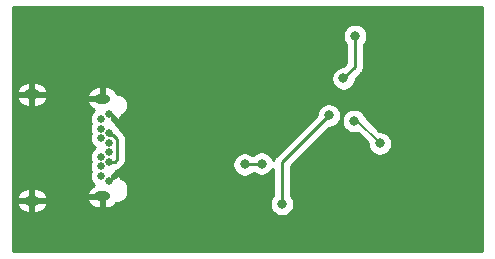
<source format=gbr>
G04 #@! TF.GenerationSoftware,KiCad,Pcbnew,(5.1.5)-3*
G04 #@! TF.CreationDate,2020-08-04T09:16:01+02:00*
G04 #@! TF.ProjectId,Programmer,50726f67-7261-46d6-9d65-722e6b696361,rev?*
G04 #@! TF.SameCoordinates,Original*
G04 #@! TF.FileFunction,Copper,L2,Bot*
G04 #@! TF.FilePolarity,Positive*
%FSLAX46Y46*%
G04 Gerber Fmt 4.6, Leading zero omitted, Abs format (unit mm)*
G04 Created by KiCad (PCBNEW (5.1.5)-3) date 2020-08-04 09:16:01*
%MOMM*%
%LPD*%
G04 APERTURE LIST*
%ADD10C,0.650000*%
%ADD11O,1.400000X0.800000*%
%ADD12C,0.800000*%
%ADD13C,0.250000*%
%ADD14C,0.127000*%
%ADD15C,0.254000*%
G04 APERTURE END LIST*
D10*
X113090000Y-77150000D03*
X113090000Y-77950000D03*
X113090000Y-78750000D03*
X113090000Y-80350000D03*
X113090000Y-81150000D03*
X113090000Y-81950000D03*
X113790000Y-76750000D03*
X113790000Y-78350000D03*
X113790000Y-79150000D03*
X113790000Y-79950000D03*
X113790000Y-80750000D03*
X113790000Y-82350000D03*
D11*
X107240000Y-75060000D03*
X107240000Y-84040000D03*
X113190000Y-83680000D03*
X113190000Y-75420000D03*
D12*
X144000000Y-68000000D03*
X112000000Y-68000000D03*
X112000000Y-86000000D03*
X145000000Y-86000000D03*
X123000000Y-73000000D03*
X125000000Y-73000000D03*
X118400000Y-77900000D03*
X116100000Y-76600000D03*
X116100000Y-82500000D03*
X126111000Y-79629000D03*
X136700000Y-79200000D03*
X134500000Y-77300000D03*
X133600000Y-73700000D03*
X134600000Y-70100000D03*
X126690908Y-80909829D03*
X125240908Y-80986336D03*
X132368416Y-76830084D03*
X128397000Y-84328000D03*
D13*
X114249619Y-80750000D02*
X113790000Y-80750000D01*
X114440001Y-80559618D02*
X114249619Y-80750000D01*
X114440001Y-78837999D02*
X114440001Y-80559618D01*
X114102001Y-78499999D02*
X114440001Y-78837999D01*
X113799999Y-78499999D02*
X114102001Y-78499999D01*
X113790000Y-78490000D02*
X113799999Y-78499999D01*
X113790000Y-78350000D02*
X113790000Y-78490000D01*
D14*
X136700000Y-79200000D02*
X134800000Y-77300000D01*
X134800000Y-77300000D02*
X134500000Y-77300000D01*
D13*
X134600000Y-72700000D02*
X134600000Y-70100000D01*
X133600000Y-73700000D02*
X134600000Y-72700000D01*
X126690908Y-80909829D02*
X125317415Y-80909829D01*
X125317415Y-80909829D02*
X125240908Y-80986336D01*
X128397000Y-80801500D02*
X128397000Y-84328000D01*
X132368416Y-76830084D02*
X128397000Y-80801500D01*
D15*
G36*
X145340001Y-86967572D02*
G01*
X145340000Y-86967582D01*
X145340001Y-88340000D01*
X105660000Y-88340000D01*
X105660000Y-84326123D01*
X105945334Y-84326123D01*
X106008872Y-84509418D01*
X106118342Y-84682052D01*
X106259388Y-84830013D01*
X106426590Y-84947614D01*
X106613522Y-85030336D01*
X106813000Y-85075000D01*
X107113000Y-85075000D01*
X107113000Y-84167000D01*
X107367000Y-84167000D01*
X107367000Y-85075000D01*
X107667000Y-85075000D01*
X107866478Y-85030336D01*
X108053410Y-84947614D01*
X108220612Y-84830013D01*
X108361658Y-84682052D01*
X108471128Y-84509418D01*
X108534666Y-84326123D01*
X108406998Y-84167000D01*
X107367000Y-84167000D01*
X107113000Y-84167000D01*
X106073002Y-84167000D01*
X105945334Y-84326123D01*
X105660000Y-84326123D01*
X105660000Y-83966123D01*
X111895334Y-83966123D01*
X111958872Y-84149418D01*
X112068342Y-84322052D01*
X112209388Y-84470013D01*
X112376590Y-84587614D01*
X112563522Y-84670336D01*
X112763000Y-84715000D01*
X113063000Y-84715000D01*
X113063000Y-83807000D01*
X112023002Y-83807000D01*
X111895334Y-83966123D01*
X105660000Y-83966123D01*
X105660000Y-83753877D01*
X105945334Y-83753877D01*
X106073002Y-83913000D01*
X107113000Y-83913000D01*
X107113000Y-83005000D01*
X107367000Y-83005000D01*
X107367000Y-83913000D01*
X108406998Y-83913000D01*
X108534666Y-83753877D01*
X108471128Y-83570582D01*
X108361658Y-83397948D01*
X108220612Y-83249987D01*
X108053410Y-83132386D01*
X107866478Y-83049664D01*
X107667000Y-83005000D01*
X107367000Y-83005000D01*
X107113000Y-83005000D01*
X106813000Y-83005000D01*
X106613522Y-83049664D01*
X106426590Y-83132386D01*
X106259388Y-83249987D01*
X106118342Y-83397948D01*
X106008872Y-83570582D01*
X105945334Y-83753877D01*
X105660000Y-83753877D01*
X105660000Y-75346123D01*
X105945334Y-75346123D01*
X106008872Y-75529418D01*
X106118342Y-75702052D01*
X106259388Y-75850013D01*
X106426590Y-75967614D01*
X106613522Y-76050336D01*
X106813000Y-76095000D01*
X107113000Y-76095000D01*
X107113000Y-75187000D01*
X107367000Y-75187000D01*
X107367000Y-76095000D01*
X107667000Y-76095000D01*
X107866478Y-76050336D01*
X108053410Y-75967614D01*
X108220612Y-75850013D01*
X108357777Y-75706123D01*
X111895334Y-75706123D01*
X111958872Y-75889418D01*
X112068342Y-76062052D01*
X112209388Y-76210013D01*
X112376590Y-76327614D01*
X112506678Y-76385181D01*
X112478036Y-76404319D01*
X112344319Y-76538036D01*
X112239259Y-76695269D01*
X112166892Y-76869978D01*
X112130000Y-77055448D01*
X112130000Y-77244552D01*
X112166892Y-77430022D01*
X112216589Y-77550000D01*
X112166892Y-77669978D01*
X112130000Y-77855448D01*
X112130000Y-78044552D01*
X112166892Y-78230022D01*
X112216589Y-78350000D01*
X112166892Y-78469978D01*
X112130000Y-78655448D01*
X112130000Y-78844552D01*
X112166892Y-79030022D01*
X112239259Y-79204731D01*
X112344319Y-79361964D01*
X112478036Y-79495681D01*
X112559330Y-79550000D01*
X112478036Y-79604319D01*
X112344319Y-79738036D01*
X112239259Y-79895269D01*
X112166892Y-80069978D01*
X112130000Y-80255448D01*
X112130000Y-80444552D01*
X112166892Y-80630022D01*
X112216589Y-80750000D01*
X112166892Y-80869978D01*
X112130000Y-81055448D01*
X112130000Y-81244552D01*
X112166892Y-81430022D01*
X112216589Y-81550000D01*
X112166892Y-81669978D01*
X112130000Y-81855448D01*
X112130000Y-82044552D01*
X112166892Y-82230022D01*
X112239259Y-82404731D01*
X112344319Y-82561964D01*
X112478036Y-82695681D01*
X112506678Y-82714819D01*
X112376590Y-82772386D01*
X112209388Y-82889987D01*
X112068342Y-83037948D01*
X111958872Y-83210582D01*
X111895334Y-83393877D01*
X112023002Y-83553000D01*
X113063000Y-83553000D01*
X113063000Y-83533000D01*
X113317000Y-83533000D01*
X113317000Y-83553000D01*
X113337000Y-83553000D01*
X113337000Y-83807000D01*
X113317000Y-83807000D01*
X113317000Y-84715000D01*
X113617000Y-84715000D01*
X113816478Y-84670336D01*
X114003410Y-84587614D01*
X114170612Y-84470013D01*
X114311658Y-84322052D01*
X114353465Y-84256122D01*
X114440000Y-84264645D01*
X114628192Y-84246110D01*
X114809153Y-84191216D01*
X114975928Y-84102073D01*
X115122107Y-83982107D01*
X115242073Y-83835928D01*
X115331216Y-83669154D01*
X115386110Y-83488193D01*
X115400000Y-83347162D01*
X115400000Y-82952839D01*
X115386110Y-82811808D01*
X115331216Y-82630846D01*
X115242073Y-82464072D01*
X115122107Y-82317893D01*
X114975928Y-82197927D01*
X114809154Y-82108784D01*
X114715662Y-82080423D01*
X114714608Y-82074972D01*
X114643187Y-81899874D01*
X114638270Y-81890677D01*
X114442536Y-81877069D01*
X114267234Y-82052371D01*
X114251808Y-82053890D01*
X114070847Y-82108784D01*
X114033223Y-82128894D01*
X114050000Y-82044552D01*
X114050000Y-81910395D01*
X114262931Y-81697464D01*
X114255697Y-81593414D01*
X114396713Y-81499189D01*
X114398605Y-81499003D01*
X114541866Y-81455546D01*
X114673895Y-81384974D01*
X114789620Y-81290001D01*
X114813423Y-81260997D01*
X114950998Y-81123422D01*
X114980002Y-81099619D01*
X115074975Y-80983894D01*
X115128158Y-80884397D01*
X124205908Y-80884397D01*
X124205908Y-81088275D01*
X124245682Y-81288234D01*
X124323703Y-81476592D01*
X124436971Y-81646110D01*
X124581134Y-81790273D01*
X124750652Y-81903541D01*
X124939010Y-81981562D01*
X125138969Y-82021336D01*
X125342847Y-82021336D01*
X125542806Y-81981562D01*
X125731164Y-81903541D01*
X125900682Y-81790273D01*
X126004162Y-81686794D01*
X126031134Y-81713766D01*
X126200652Y-81827034D01*
X126389010Y-81905055D01*
X126588969Y-81944829D01*
X126792847Y-81944829D01*
X126992806Y-81905055D01*
X127181164Y-81827034D01*
X127350682Y-81713766D01*
X127494845Y-81569603D01*
X127608113Y-81400085D01*
X127637000Y-81330346D01*
X127637001Y-83624288D01*
X127593063Y-83668226D01*
X127479795Y-83837744D01*
X127401774Y-84026102D01*
X127362000Y-84226061D01*
X127362000Y-84429939D01*
X127401774Y-84629898D01*
X127479795Y-84818256D01*
X127593063Y-84987774D01*
X127737226Y-85131937D01*
X127906744Y-85245205D01*
X128095102Y-85323226D01*
X128295061Y-85363000D01*
X128498939Y-85363000D01*
X128698898Y-85323226D01*
X128887256Y-85245205D01*
X129056774Y-85131937D01*
X129200937Y-84987774D01*
X129314205Y-84818256D01*
X129392226Y-84629898D01*
X129432000Y-84429939D01*
X129432000Y-84226061D01*
X129392226Y-84026102D01*
X129314205Y-83837744D01*
X129200937Y-83668226D01*
X129157000Y-83624289D01*
X129157000Y-81116301D01*
X132408218Y-77865084D01*
X132470355Y-77865084D01*
X132670314Y-77825310D01*
X132858672Y-77747289D01*
X133028190Y-77634021D01*
X133172353Y-77489858D01*
X133285621Y-77320340D01*
X133336270Y-77198061D01*
X133465000Y-77198061D01*
X133465000Y-77401939D01*
X133504774Y-77601898D01*
X133582795Y-77790256D01*
X133696063Y-77959774D01*
X133840226Y-78103937D01*
X134009744Y-78217205D01*
X134198102Y-78295226D01*
X134398061Y-78335000D01*
X134601939Y-78335000D01*
X134801898Y-78295226D01*
X134805788Y-78293615D01*
X135665000Y-79152828D01*
X135665000Y-79301939D01*
X135704774Y-79501898D01*
X135782795Y-79690256D01*
X135896063Y-79859774D01*
X136040226Y-80003937D01*
X136209744Y-80117205D01*
X136398102Y-80195226D01*
X136598061Y-80235000D01*
X136801939Y-80235000D01*
X137001898Y-80195226D01*
X137190256Y-80117205D01*
X137359774Y-80003937D01*
X137503937Y-79859774D01*
X137617205Y-79690256D01*
X137695226Y-79501898D01*
X137735000Y-79301939D01*
X137735000Y-79098061D01*
X137695226Y-78898102D01*
X137617205Y-78709744D01*
X137503937Y-78540226D01*
X137359774Y-78396063D01*
X137190256Y-78282795D01*
X137001898Y-78204774D01*
X136801939Y-78165000D01*
X136652828Y-78165000D01*
X135497534Y-77009707D01*
X135495226Y-76998102D01*
X135417205Y-76809744D01*
X135303937Y-76640226D01*
X135159774Y-76496063D01*
X134990256Y-76382795D01*
X134801898Y-76304774D01*
X134601939Y-76265000D01*
X134398061Y-76265000D01*
X134198102Y-76304774D01*
X134009744Y-76382795D01*
X133840226Y-76496063D01*
X133696063Y-76640226D01*
X133582795Y-76809744D01*
X133504774Y-76998102D01*
X133465000Y-77198061D01*
X133336270Y-77198061D01*
X133363642Y-77131982D01*
X133403416Y-76932023D01*
X133403416Y-76728145D01*
X133363642Y-76528186D01*
X133285621Y-76339828D01*
X133172353Y-76170310D01*
X133028190Y-76026147D01*
X132858672Y-75912879D01*
X132670314Y-75834858D01*
X132470355Y-75795084D01*
X132266477Y-75795084D01*
X132066518Y-75834858D01*
X131878160Y-75912879D01*
X131708642Y-76026147D01*
X131564479Y-76170310D01*
X131451211Y-76339828D01*
X131373190Y-76528186D01*
X131333416Y-76728145D01*
X131333416Y-76790282D01*
X127886003Y-80237696D01*
X127856999Y-80261499D01*
X127804291Y-80325724D01*
X127762026Y-80377224D01*
X127744169Y-80410632D01*
X127691454Y-80509254D01*
X127671926Y-80573630D01*
X127608113Y-80419573D01*
X127494845Y-80250055D01*
X127350682Y-80105892D01*
X127181164Y-79992624D01*
X126992806Y-79914603D01*
X126792847Y-79874829D01*
X126588969Y-79874829D01*
X126389010Y-79914603D01*
X126200652Y-79992624D01*
X126031134Y-80105892D01*
X125987197Y-80149829D01*
X125851937Y-80149829D01*
X125731164Y-80069131D01*
X125542806Y-79991110D01*
X125342847Y-79951336D01*
X125138969Y-79951336D01*
X124939010Y-79991110D01*
X124750652Y-80069131D01*
X124581134Y-80182399D01*
X124436971Y-80326562D01*
X124323703Y-80496080D01*
X124245682Y-80684438D01*
X124205908Y-80884397D01*
X115128158Y-80884397D01*
X115145547Y-80851865D01*
X115189004Y-80708604D01*
X115200001Y-80596951D01*
X115200001Y-80596941D01*
X115203677Y-80559618D01*
X115200001Y-80522295D01*
X115200001Y-78875321D01*
X115203677Y-78837998D01*
X115200001Y-78800675D01*
X115200001Y-78800666D01*
X115189004Y-78689013D01*
X115145547Y-78545752D01*
X115074975Y-78413723D01*
X114980002Y-78297998D01*
X114950999Y-78274196D01*
X114689298Y-78012495D01*
X114640741Y-77895269D01*
X114535681Y-77738036D01*
X114401964Y-77604319D01*
X114255697Y-77506586D01*
X114262931Y-77402536D01*
X114050000Y-77189605D01*
X114050000Y-77055448D01*
X114013108Y-76869978D01*
X113984108Y-76799965D01*
X113985269Y-76800741D01*
X114045149Y-76825544D01*
X114442536Y-77222931D01*
X114638270Y-77209323D01*
X114711581Y-77035008D01*
X114746979Y-76861942D01*
X114894731Y-76800741D01*
X115051964Y-76695681D01*
X115185681Y-76561964D01*
X115290741Y-76404731D01*
X115363108Y-76230022D01*
X115400000Y-76044552D01*
X115400000Y-75855448D01*
X115363108Y-75669978D01*
X115290741Y-75495269D01*
X115185681Y-75338036D01*
X115051964Y-75204319D01*
X114894731Y-75099259D01*
X114720022Y-75026892D01*
X114534552Y-74990000D01*
X114434792Y-74990000D01*
X114421128Y-74950582D01*
X114311658Y-74777948D01*
X114170612Y-74629987D01*
X114003410Y-74512386D01*
X113816478Y-74429664D01*
X113617000Y-74385000D01*
X113317000Y-74385000D01*
X113317000Y-75293000D01*
X113337000Y-75293000D01*
X113337000Y-75547000D01*
X113317000Y-75547000D01*
X113317000Y-75567000D01*
X113063000Y-75567000D01*
X113063000Y-75547000D01*
X112023002Y-75547000D01*
X111895334Y-75706123D01*
X108357777Y-75706123D01*
X108361658Y-75702052D01*
X108471128Y-75529418D01*
X108534666Y-75346123D01*
X108406998Y-75187000D01*
X107367000Y-75187000D01*
X107113000Y-75187000D01*
X106073002Y-75187000D01*
X105945334Y-75346123D01*
X105660000Y-75346123D01*
X105660000Y-75133877D01*
X111895334Y-75133877D01*
X112023002Y-75293000D01*
X113063000Y-75293000D01*
X113063000Y-74385000D01*
X112763000Y-74385000D01*
X112563522Y-74429664D01*
X112376590Y-74512386D01*
X112209388Y-74629987D01*
X112068342Y-74777948D01*
X111958872Y-74950582D01*
X111895334Y-75133877D01*
X105660000Y-75133877D01*
X105660000Y-74773877D01*
X105945334Y-74773877D01*
X106073002Y-74933000D01*
X107113000Y-74933000D01*
X107113000Y-74025000D01*
X107367000Y-74025000D01*
X107367000Y-74933000D01*
X108406998Y-74933000D01*
X108534666Y-74773877D01*
X108471128Y-74590582D01*
X108361658Y-74417948D01*
X108220612Y-74269987D01*
X108053410Y-74152386D01*
X107866478Y-74069664D01*
X107667000Y-74025000D01*
X107367000Y-74025000D01*
X107113000Y-74025000D01*
X106813000Y-74025000D01*
X106613522Y-74069664D01*
X106426590Y-74152386D01*
X106259388Y-74269987D01*
X106118342Y-74417948D01*
X106008872Y-74590582D01*
X105945334Y-74773877D01*
X105660000Y-74773877D01*
X105660000Y-73598061D01*
X132565000Y-73598061D01*
X132565000Y-73801939D01*
X132604774Y-74001898D01*
X132682795Y-74190256D01*
X132796063Y-74359774D01*
X132940226Y-74503937D01*
X133109744Y-74617205D01*
X133298102Y-74695226D01*
X133498061Y-74735000D01*
X133701939Y-74735000D01*
X133901898Y-74695226D01*
X134090256Y-74617205D01*
X134259774Y-74503937D01*
X134403937Y-74359774D01*
X134517205Y-74190256D01*
X134595226Y-74001898D01*
X134635000Y-73801939D01*
X134635000Y-73739801D01*
X135111004Y-73263798D01*
X135140001Y-73240001D01*
X135234974Y-73124276D01*
X135305546Y-72992247D01*
X135349003Y-72848986D01*
X135360000Y-72737333D01*
X135360000Y-72737332D01*
X135363677Y-72700000D01*
X135360000Y-72662667D01*
X135360000Y-70803711D01*
X135403937Y-70759774D01*
X135517205Y-70590256D01*
X135595226Y-70401898D01*
X135635000Y-70201939D01*
X135635000Y-69998061D01*
X135595226Y-69798102D01*
X135517205Y-69609744D01*
X135403937Y-69440226D01*
X135259774Y-69296063D01*
X135090256Y-69182795D01*
X134901898Y-69104774D01*
X134701939Y-69065000D01*
X134498061Y-69065000D01*
X134298102Y-69104774D01*
X134109744Y-69182795D01*
X133940226Y-69296063D01*
X133796063Y-69440226D01*
X133682795Y-69609744D01*
X133604774Y-69798102D01*
X133565000Y-69998061D01*
X133565000Y-70201939D01*
X133604774Y-70401898D01*
X133682795Y-70590256D01*
X133796063Y-70759774D01*
X133840001Y-70803712D01*
X133840000Y-72385198D01*
X133560199Y-72665000D01*
X133498061Y-72665000D01*
X133298102Y-72704774D01*
X133109744Y-72782795D01*
X132940226Y-72896063D01*
X132796063Y-73040226D01*
X132682795Y-73209744D01*
X132604774Y-73398102D01*
X132565000Y-73598061D01*
X105660000Y-73598061D01*
X105660000Y-67660000D01*
X145340000Y-67660000D01*
X145340001Y-86967572D01*
G37*
X145340001Y-86967572D02*
X145340000Y-86967582D01*
X145340001Y-88340000D01*
X105660000Y-88340000D01*
X105660000Y-84326123D01*
X105945334Y-84326123D01*
X106008872Y-84509418D01*
X106118342Y-84682052D01*
X106259388Y-84830013D01*
X106426590Y-84947614D01*
X106613522Y-85030336D01*
X106813000Y-85075000D01*
X107113000Y-85075000D01*
X107113000Y-84167000D01*
X107367000Y-84167000D01*
X107367000Y-85075000D01*
X107667000Y-85075000D01*
X107866478Y-85030336D01*
X108053410Y-84947614D01*
X108220612Y-84830013D01*
X108361658Y-84682052D01*
X108471128Y-84509418D01*
X108534666Y-84326123D01*
X108406998Y-84167000D01*
X107367000Y-84167000D01*
X107113000Y-84167000D01*
X106073002Y-84167000D01*
X105945334Y-84326123D01*
X105660000Y-84326123D01*
X105660000Y-83966123D01*
X111895334Y-83966123D01*
X111958872Y-84149418D01*
X112068342Y-84322052D01*
X112209388Y-84470013D01*
X112376590Y-84587614D01*
X112563522Y-84670336D01*
X112763000Y-84715000D01*
X113063000Y-84715000D01*
X113063000Y-83807000D01*
X112023002Y-83807000D01*
X111895334Y-83966123D01*
X105660000Y-83966123D01*
X105660000Y-83753877D01*
X105945334Y-83753877D01*
X106073002Y-83913000D01*
X107113000Y-83913000D01*
X107113000Y-83005000D01*
X107367000Y-83005000D01*
X107367000Y-83913000D01*
X108406998Y-83913000D01*
X108534666Y-83753877D01*
X108471128Y-83570582D01*
X108361658Y-83397948D01*
X108220612Y-83249987D01*
X108053410Y-83132386D01*
X107866478Y-83049664D01*
X107667000Y-83005000D01*
X107367000Y-83005000D01*
X107113000Y-83005000D01*
X106813000Y-83005000D01*
X106613522Y-83049664D01*
X106426590Y-83132386D01*
X106259388Y-83249987D01*
X106118342Y-83397948D01*
X106008872Y-83570582D01*
X105945334Y-83753877D01*
X105660000Y-83753877D01*
X105660000Y-75346123D01*
X105945334Y-75346123D01*
X106008872Y-75529418D01*
X106118342Y-75702052D01*
X106259388Y-75850013D01*
X106426590Y-75967614D01*
X106613522Y-76050336D01*
X106813000Y-76095000D01*
X107113000Y-76095000D01*
X107113000Y-75187000D01*
X107367000Y-75187000D01*
X107367000Y-76095000D01*
X107667000Y-76095000D01*
X107866478Y-76050336D01*
X108053410Y-75967614D01*
X108220612Y-75850013D01*
X108357777Y-75706123D01*
X111895334Y-75706123D01*
X111958872Y-75889418D01*
X112068342Y-76062052D01*
X112209388Y-76210013D01*
X112376590Y-76327614D01*
X112506678Y-76385181D01*
X112478036Y-76404319D01*
X112344319Y-76538036D01*
X112239259Y-76695269D01*
X112166892Y-76869978D01*
X112130000Y-77055448D01*
X112130000Y-77244552D01*
X112166892Y-77430022D01*
X112216589Y-77550000D01*
X112166892Y-77669978D01*
X112130000Y-77855448D01*
X112130000Y-78044552D01*
X112166892Y-78230022D01*
X112216589Y-78350000D01*
X112166892Y-78469978D01*
X112130000Y-78655448D01*
X112130000Y-78844552D01*
X112166892Y-79030022D01*
X112239259Y-79204731D01*
X112344319Y-79361964D01*
X112478036Y-79495681D01*
X112559330Y-79550000D01*
X112478036Y-79604319D01*
X112344319Y-79738036D01*
X112239259Y-79895269D01*
X112166892Y-80069978D01*
X112130000Y-80255448D01*
X112130000Y-80444552D01*
X112166892Y-80630022D01*
X112216589Y-80750000D01*
X112166892Y-80869978D01*
X112130000Y-81055448D01*
X112130000Y-81244552D01*
X112166892Y-81430022D01*
X112216589Y-81550000D01*
X112166892Y-81669978D01*
X112130000Y-81855448D01*
X112130000Y-82044552D01*
X112166892Y-82230022D01*
X112239259Y-82404731D01*
X112344319Y-82561964D01*
X112478036Y-82695681D01*
X112506678Y-82714819D01*
X112376590Y-82772386D01*
X112209388Y-82889987D01*
X112068342Y-83037948D01*
X111958872Y-83210582D01*
X111895334Y-83393877D01*
X112023002Y-83553000D01*
X113063000Y-83553000D01*
X113063000Y-83533000D01*
X113317000Y-83533000D01*
X113317000Y-83553000D01*
X113337000Y-83553000D01*
X113337000Y-83807000D01*
X113317000Y-83807000D01*
X113317000Y-84715000D01*
X113617000Y-84715000D01*
X113816478Y-84670336D01*
X114003410Y-84587614D01*
X114170612Y-84470013D01*
X114311658Y-84322052D01*
X114353465Y-84256122D01*
X114440000Y-84264645D01*
X114628192Y-84246110D01*
X114809153Y-84191216D01*
X114975928Y-84102073D01*
X115122107Y-83982107D01*
X115242073Y-83835928D01*
X115331216Y-83669154D01*
X115386110Y-83488193D01*
X115400000Y-83347162D01*
X115400000Y-82952839D01*
X115386110Y-82811808D01*
X115331216Y-82630846D01*
X115242073Y-82464072D01*
X115122107Y-82317893D01*
X114975928Y-82197927D01*
X114809154Y-82108784D01*
X114715662Y-82080423D01*
X114714608Y-82074972D01*
X114643187Y-81899874D01*
X114638270Y-81890677D01*
X114442536Y-81877069D01*
X114267234Y-82052371D01*
X114251808Y-82053890D01*
X114070847Y-82108784D01*
X114033223Y-82128894D01*
X114050000Y-82044552D01*
X114050000Y-81910395D01*
X114262931Y-81697464D01*
X114255697Y-81593414D01*
X114396713Y-81499189D01*
X114398605Y-81499003D01*
X114541866Y-81455546D01*
X114673895Y-81384974D01*
X114789620Y-81290001D01*
X114813423Y-81260997D01*
X114950998Y-81123422D01*
X114980002Y-81099619D01*
X115074975Y-80983894D01*
X115128158Y-80884397D01*
X124205908Y-80884397D01*
X124205908Y-81088275D01*
X124245682Y-81288234D01*
X124323703Y-81476592D01*
X124436971Y-81646110D01*
X124581134Y-81790273D01*
X124750652Y-81903541D01*
X124939010Y-81981562D01*
X125138969Y-82021336D01*
X125342847Y-82021336D01*
X125542806Y-81981562D01*
X125731164Y-81903541D01*
X125900682Y-81790273D01*
X126004162Y-81686794D01*
X126031134Y-81713766D01*
X126200652Y-81827034D01*
X126389010Y-81905055D01*
X126588969Y-81944829D01*
X126792847Y-81944829D01*
X126992806Y-81905055D01*
X127181164Y-81827034D01*
X127350682Y-81713766D01*
X127494845Y-81569603D01*
X127608113Y-81400085D01*
X127637000Y-81330346D01*
X127637001Y-83624288D01*
X127593063Y-83668226D01*
X127479795Y-83837744D01*
X127401774Y-84026102D01*
X127362000Y-84226061D01*
X127362000Y-84429939D01*
X127401774Y-84629898D01*
X127479795Y-84818256D01*
X127593063Y-84987774D01*
X127737226Y-85131937D01*
X127906744Y-85245205D01*
X128095102Y-85323226D01*
X128295061Y-85363000D01*
X128498939Y-85363000D01*
X128698898Y-85323226D01*
X128887256Y-85245205D01*
X129056774Y-85131937D01*
X129200937Y-84987774D01*
X129314205Y-84818256D01*
X129392226Y-84629898D01*
X129432000Y-84429939D01*
X129432000Y-84226061D01*
X129392226Y-84026102D01*
X129314205Y-83837744D01*
X129200937Y-83668226D01*
X129157000Y-83624289D01*
X129157000Y-81116301D01*
X132408218Y-77865084D01*
X132470355Y-77865084D01*
X132670314Y-77825310D01*
X132858672Y-77747289D01*
X133028190Y-77634021D01*
X133172353Y-77489858D01*
X133285621Y-77320340D01*
X133336270Y-77198061D01*
X133465000Y-77198061D01*
X133465000Y-77401939D01*
X133504774Y-77601898D01*
X133582795Y-77790256D01*
X133696063Y-77959774D01*
X133840226Y-78103937D01*
X134009744Y-78217205D01*
X134198102Y-78295226D01*
X134398061Y-78335000D01*
X134601939Y-78335000D01*
X134801898Y-78295226D01*
X134805788Y-78293615D01*
X135665000Y-79152828D01*
X135665000Y-79301939D01*
X135704774Y-79501898D01*
X135782795Y-79690256D01*
X135896063Y-79859774D01*
X136040226Y-80003937D01*
X136209744Y-80117205D01*
X136398102Y-80195226D01*
X136598061Y-80235000D01*
X136801939Y-80235000D01*
X137001898Y-80195226D01*
X137190256Y-80117205D01*
X137359774Y-80003937D01*
X137503937Y-79859774D01*
X137617205Y-79690256D01*
X137695226Y-79501898D01*
X137735000Y-79301939D01*
X137735000Y-79098061D01*
X137695226Y-78898102D01*
X137617205Y-78709744D01*
X137503937Y-78540226D01*
X137359774Y-78396063D01*
X137190256Y-78282795D01*
X137001898Y-78204774D01*
X136801939Y-78165000D01*
X136652828Y-78165000D01*
X135497534Y-77009707D01*
X135495226Y-76998102D01*
X135417205Y-76809744D01*
X135303937Y-76640226D01*
X135159774Y-76496063D01*
X134990256Y-76382795D01*
X134801898Y-76304774D01*
X134601939Y-76265000D01*
X134398061Y-76265000D01*
X134198102Y-76304774D01*
X134009744Y-76382795D01*
X133840226Y-76496063D01*
X133696063Y-76640226D01*
X133582795Y-76809744D01*
X133504774Y-76998102D01*
X133465000Y-77198061D01*
X133336270Y-77198061D01*
X133363642Y-77131982D01*
X133403416Y-76932023D01*
X133403416Y-76728145D01*
X133363642Y-76528186D01*
X133285621Y-76339828D01*
X133172353Y-76170310D01*
X133028190Y-76026147D01*
X132858672Y-75912879D01*
X132670314Y-75834858D01*
X132470355Y-75795084D01*
X132266477Y-75795084D01*
X132066518Y-75834858D01*
X131878160Y-75912879D01*
X131708642Y-76026147D01*
X131564479Y-76170310D01*
X131451211Y-76339828D01*
X131373190Y-76528186D01*
X131333416Y-76728145D01*
X131333416Y-76790282D01*
X127886003Y-80237696D01*
X127856999Y-80261499D01*
X127804291Y-80325724D01*
X127762026Y-80377224D01*
X127744169Y-80410632D01*
X127691454Y-80509254D01*
X127671926Y-80573630D01*
X127608113Y-80419573D01*
X127494845Y-80250055D01*
X127350682Y-80105892D01*
X127181164Y-79992624D01*
X126992806Y-79914603D01*
X126792847Y-79874829D01*
X126588969Y-79874829D01*
X126389010Y-79914603D01*
X126200652Y-79992624D01*
X126031134Y-80105892D01*
X125987197Y-80149829D01*
X125851937Y-80149829D01*
X125731164Y-80069131D01*
X125542806Y-79991110D01*
X125342847Y-79951336D01*
X125138969Y-79951336D01*
X124939010Y-79991110D01*
X124750652Y-80069131D01*
X124581134Y-80182399D01*
X124436971Y-80326562D01*
X124323703Y-80496080D01*
X124245682Y-80684438D01*
X124205908Y-80884397D01*
X115128158Y-80884397D01*
X115145547Y-80851865D01*
X115189004Y-80708604D01*
X115200001Y-80596951D01*
X115200001Y-80596941D01*
X115203677Y-80559618D01*
X115200001Y-80522295D01*
X115200001Y-78875321D01*
X115203677Y-78837998D01*
X115200001Y-78800675D01*
X115200001Y-78800666D01*
X115189004Y-78689013D01*
X115145547Y-78545752D01*
X115074975Y-78413723D01*
X114980002Y-78297998D01*
X114950999Y-78274196D01*
X114689298Y-78012495D01*
X114640741Y-77895269D01*
X114535681Y-77738036D01*
X114401964Y-77604319D01*
X114255697Y-77506586D01*
X114262931Y-77402536D01*
X114050000Y-77189605D01*
X114050000Y-77055448D01*
X114013108Y-76869978D01*
X113984108Y-76799965D01*
X113985269Y-76800741D01*
X114045149Y-76825544D01*
X114442536Y-77222931D01*
X114638270Y-77209323D01*
X114711581Y-77035008D01*
X114746979Y-76861942D01*
X114894731Y-76800741D01*
X115051964Y-76695681D01*
X115185681Y-76561964D01*
X115290741Y-76404731D01*
X115363108Y-76230022D01*
X115400000Y-76044552D01*
X115400000Y-75855448D01*
X115363108Y-75669978D01*
X115290741Y-75495269D01*
X115185681Y-75338036D01*
X115051964Y-75204319D01*
X114894731Y-75099259D01*
X114720022Y-75026892D01*
X114534552Y-74990000D01*
X114434792Y-74990000D01*
X114421128Y-74950582D01*
X114311658Y-74777948D01*
X114170612Y-74629987D01*
X114003410Y-74512386D01*
X113816478Y-74429664D01*
X113617000Y-74385000D01*
X113317000Y-74385000D01*
X113317000Y-75293000D01*
X113337000Y-75293000D01*
X113337000Y-75547000D01*
X113317000Y-75547000D01*
X113317000Y-75567000D01*
X113063000Y-75567000D01*
X113063000Y-75547000D01*
X112023002Y-75547000D01*
X111895334Y-75706123D01*
X108357777Y-75706123D01*
X108361658Y-75702052D01*
X108471128Y-75529418D01*
X108534666Y-75346123D01*
X108406998Y-75187000D01*
X107367000Y-75187000D01*
X107113000Y-75187000D01*
X106073002Y-75187000D01*
X105945334Y-75346123D01*
X105660000Y-75346123D01*
X105660000Y-75133877D01*
X111895334Y-75133877D01*
X112023002Y-75293000D01*
X113063000Y-75293000D01*
X113063000Y-74385000D01*
X112763000Y-74385000D01*
X112563522Y-74429664D01*
X112376590Y-74512386D01*
X112209388Y-74629987D01*
X112068342Y-74777948D01*
X111958872Y-74950582D01*
X111895334Y-75133877D01*
X105660000Y-75133877D01*
X105660000Y-74773877D01*
X105945334Y-74773877D01*
X106073002Y-74933000D01*
X107113000Y-74933000D01*
X107113000Y-74025000D01*
X107367000Y-74025000D01*
X107367000Y-74933000D01*
X108406998Y-74933000D01*
X108534666Y-74773877D01*
X108471128Y-74590582D01*
X108361658Y-74417948D01*
X108220612Y-74269987D01*
X108053410Y-74152386D01*
X107866478Y-74069664D01*
X107667000Y-74025000D01*
X107367000Y-74025000D01*
X107113000Y-74025000D01*
X106813000Y-74025000D01*
X106613522Y-74069664D01*
X106426590Y-74152386D01*
X106259388Y-74269987D01*
X106118342Y-74417948D01*
X106008872Y-74590582D01*
X105945334Y-74773877D01*
X105660000Y-74773877D01*
X105660000Y-73598061D01*
X132565000Y-73598061D01*
X132565000Y-73801939D01*
X132604774Y-74001898D01*
X132682795Y-74190256D01*
X132796063Y-74359774D01*
X132940226Y-74503937D01*
X133109744Y-74617205D01*
X133298102Y-74695226D01*
X133498061Y-74735000D01*
X133701939Y-74735000D01*
X133901898Y-74695226D01*
X134090256Y-74617205D01*
X134259774Y-74503937D01*
X134403937Y-74359774D01*
X134517205Y-74190256D01*
X134595226Y-74001898D01*
X134635000Y-73801939D01*
X134635000Y-73739801D01*
X135111004Y-73263798D01*
X135140001Y-73240001D01*
X135234974Y-73124276D01*
X135305546Y-72992247D01*
X135349003Y-72848986D01*
X135360000Y-72737333D01*
X135360000Y-72737332D01*
X135363677Y-72700000D01*
X135360000Y-72662667D01*
X135360000Y-70803711D01*
X135403937Y-70759774D01*
X135517205Y-70590256D01*
X135595226Y-70401898D01*
X135635000Y-70201939D01*
X135635000Y-69998061D01*
X135595226Y-69798102D01*
X135517205Y-69609744D01*
X135403937Y-69440226D01*
X135259774Y-69296063D01*
X135090256Y-69182795D01*
X134901898Y-69104774D01*
X134701939Y-69065000D01*
X134498061Y-69065000D01*
X134298102Y-69104774D01*
X134109744Y-69182795D01*
X133940226Y-69296063D01*
X133796063Y-69440226D01*
X133682795Y-69609744D01*
X133604774Y-69798102D01*
X133565000Y-69998061D01*
X133565000Y-70201939D01*
X133604774Y-70401898D01*
X133682795Y-70590256D01*
X133796063Y-70759774D01*
X133840001Y-70803712D01*
X133840000Y-72385198D01*
X133560199Y-72665000D01*
X133498061Y-72665000D01*
X133298102Y-72704774D01*
X133109744Y-72782795D01*
X132940226Y-72896063D01*
X132796063Y-73040226D01*
X132682795Y-73209744D01*
X132604774Y-73398102D01*
X132565000Y-73598061D01*
X105660000Y-73598061D01*
X105660000Y-67660000D01*
X145340000Y-67660000D01*
X145340001Y-86967572D01*
M02*

</source>
